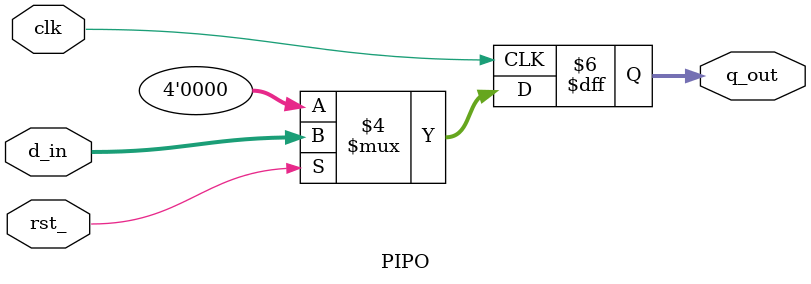
<source format=v>
`timescale 1ns / 1ps


module PIPO(

    input           clk, // clock
    input           rst_, // active low reset
    input [3:0]     d_in, // data in
    output reg [3:0]q_out // data out

);
    
    always @(posedge clk)
     begin
    
            if(!rst_)
    
                 q_out <= 4'd0;
    
            else
    
                  q_out <= d_in;
      end
    
    
endmodule

</source>
